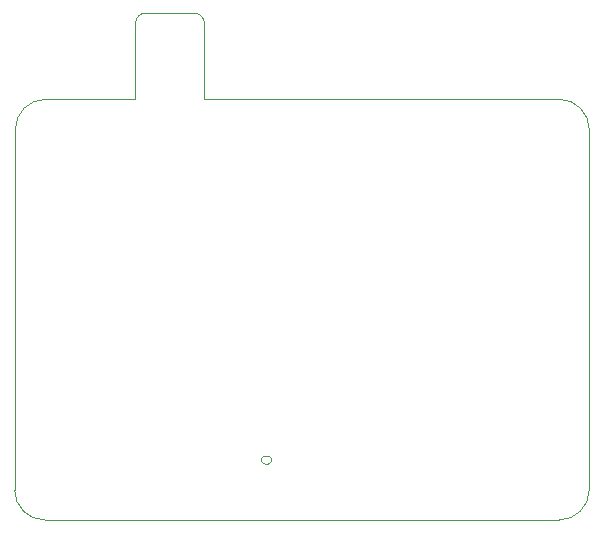
<source format=gbr>
%TF.GenerationSoftware,KiCad,Pcbnew,5.1.9*%
%TF.CreationDate,2021-02-12T16:46:07+00:00*%
%TF.ProjectId,watch2,77617463-6832-42e6-9b69-6361645f7063,rev?*%
%TF.SameCoordinates,Original*%
%TF.FileFunction,Profile,NP*%
%FSLAX46Y46*%
G04 Gerber Fmt 4.6, Leading zero omitted, Abs format (unit mm)*
G04 Created by KiCad (PCBNEW 5.1.9) date 2021-02-12 16:46:07*
%MOMM*%
%LPD*%
G01*
G04 APERTURE LIST*
%TA.AperFunction,Profile*%
%ADD10C,0.050000*%
%TD*%
%TA.AperFunction,Profile*%
%ADD11C,0.100000*%
%TD*%
G04 APERTURE END LIST*
D10*
X176593500Y-118237000D02*
G75*
G02*
X174053500Y-120777000I-2540000J0D01*
G01*
X130492500Y-120777000D02*
G75*
G02*
X127952500Y-118237000I0J2540000D01*
G01*
X128016000Y-87693500D02*
G75*
G02*
X130556000Y-85153500I2540000J0D01*
G01*
X174053500Y-85153500D02*
G75*
G02*
X176593500Y-87693500I0J-2540000D01*
G01*
X174053500Y-85153500D02*
X144018000Y-85153500D01*
X176593500Y-87693500D02*
X176593500Y-118237000D01*
X174053500Y-120777000D02*
X130492500Y-120777000D01*
X128016000Y-87693500D02*
X127952500Y-118237000D01*
X138176000Y-85153500D02*
X130556000Y-85153500D01*
X143129000Y-77851000D02*
G75*
G02*
X144018000Y-78740000I0J-889000D01*
G01*
X138176000Y-78740000D02*
G75*
G02*
X139065000Y-77851000I889000J0D01*
G01*
X139065000Y-77851000D02*
X143129000Y-77851000D01*
X144018000Y-78740000D02*
X144018000Y-85153500D01*
X138176000Y-78740000D02*
X138176000Y-85153500D01*
D11*
%TO.C,J1*%
X149148000Y-116012000D02*
X149398000Y-116012000D01*
X149398000Y-115382000D02*
X149148000Y-115382000D01*
X149148000Y-115382000D02*
G75*
G03*
X148833000Y-115697000I0J-315000D01*
G01*
X148833000Y-115697000D02*
G75*
G03*
X149148000Y-116012000I315000J0D01*
G01*
X149398000Y-116012000D02*
G75*
G03*
X149713000Y-115697000I0J315000D01*
G01*
X149713000Y-115697000D02*
G75*
G03*
X149398000Y-115382000I-315000J0D01*
G01*
%TD*%
M02*

</source>
